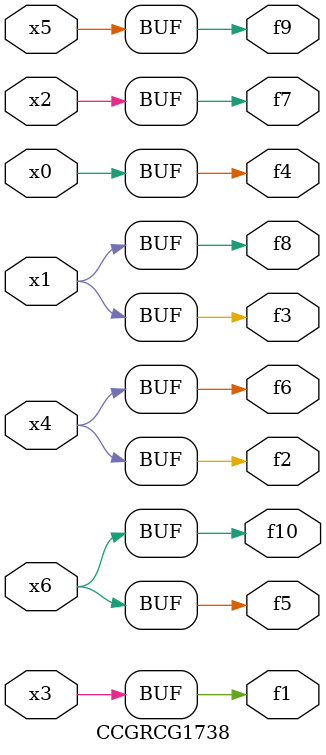
<source format=v>
module CCGRCG1738(
	input x0, x1, x2, x3, x4, x5, x6,
	output f1, f2, f3, f4, f5, f6, f7, f8, f9, f10
);
	assign f1 = x3;
	assign f2 = x4;
	assign f3 = x1;
	assign f4 = x0;
	assign f5 = x6;
	assign f6 = x4;
	assign f7 = x2;
	assign f8 = x1;
	assign f9 = x5;
	assign f10 = x6;
endmodule

</source>
